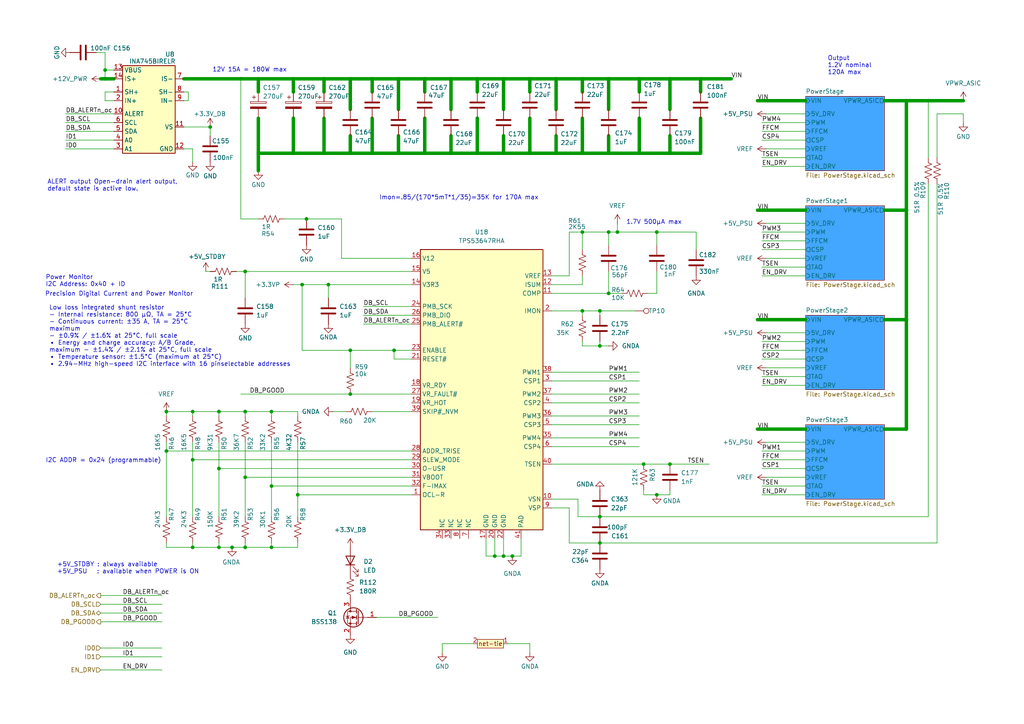
<source format=kicad_sch>
(kicad_sch (version 20231120) (generator "eeschema") (generator_version "8.0")
  (paper "A4")
  (junction (at 123.19 44.45))
  (junction (at 74.93 44.45))
  (junction (at 69.85 22.86))
  (junction (at 85.09 22.86))
  (junction (at 101.6 44.45))
  (junction (at 203.2 22.86))
  (junction (at 153.67 22.86))
  (junction (at 101.6 22.86))
  (junction (at 143.51 161.29))
  (junction (at 71.12 119.38))
  (junction (at 138.43 22.86))
  (junction (at 48.26 119.38))
  (junction (at 67.31 158.75))
  (junction (at 186.69 134.62))
  (junction (at 146.05 44.45))
  (junction (at 87.63 82.55))
  (junction (at 176.53 67.31))
  (junction (at 148.59 161.29))
  (junction (at 60.96 36.83))
  (junction (at 63.5 119.38))
  (junction (at 262.89 60.96))
  (junction (at 185.42 22.86))
  (junction (at 190.5 143.51))
  (junction (at 123.19 22.86))
  (junction (at 95.25 82.55))
  (junction (at 194.31 44.45))
  (junction (at 194.31 22.86))
  (junction (at 107.95 22.86))
  (junction (at 78.74 158.75))
  (junction (at 101.6 101.6))
  (junction (at 71.12 78.74))
  (junction (at 30.48 22.86))
  (junction (at 55.88 158.75))
  (junction (at 48.26 130.81))
  (junction (at 88.9 63.5))
  (junction (at 74.93 22.86))
  (junction (at 185.42 44.45))
  (junction (at 130.81 44.45))
  (junction (at 85.09 44.45))
  (junction (at 262.89 29.21))
  (junction (at 262.89 92.71))
  (junction (at 63.5 158.75))
  (junction (at 115.57 22.86))
  (junction (at 173.99 90.17))
  (junction (at 173.99 149.86))
  (junction (at 179.07 67.31))
  (junction (at 194.31 134.62))
  (junction (at 115.57 44.45))
  (junction (at 30.48 20.32))
  (junction (at 86.36 143.51))
  (junction (at 173.99 157.48))
  (junction (at 138.43 44.45))
  (junction (at 55.88 119.38))
  (junction (at 114.3 101.6))
  (junction (at 93.98 22.86))
  (junction (at 71.12 158.75))
  (junction (at 176.53 44.45))
  (junction (at 168.91 67.31))
  (junction (at 71.12 138.43))
  (junction (at 173.99 100.33))
  (junction (at 176.53 22.86))
  (junction (at 93.98 44.45))
  (junction (at 146.05 161.29))
  (junction (at 168.91 44.45))
  (junction (at 153.67 44.45))
  (junction (at 176.53 85.09))
  (junction (at 146.05 22.86))
  (junction (at 161.29 22.86))
  (junction (at 168.91 22.86))
  (junction (at 78.74 140.97))
  (junction (at 55.88 133.35))
  (junction (at 168.91 90.17))
  (junction (at 101.6 114.3))
  (junction (at 161.29 44.45))
  (junction (at 63.5 135.89))
  (junction (at 107.95 44.45))
  (junction (at 130.81 22.86))
  (junction (at 78.74 119.38))
  (junction (at 269.24 29.21))
  (junction (at 190.5 67.31))
  (wire (pts (xy 59.69 78.74) (xy 60.96 78.74)))
  (wire (pts (xy 160.02 90.17) (xy 168.91 90.17)))
  (wire (pts (xy 222.25 43.18) (xy 233.68 43.18)))
  (wire (pts (xy 68.58 78.74) (xy 71.12 78.74)))
  (wire (pts (xy 33.02 26.67) (xy 30.48 26.67)))
  (wire (pts (xy 151.13 161.29) (xy 148.59 161.29)))
  (wire (pts (xy 30.48 26.67) (xy 30.48 29.21)))
  (wire (pts (xy 160.02 110.49) (xy 185.42 110.49)))
  (wire (pts (xy 219.71 29.21) (xy 233.68 29.21)) (stroke (width 1)))
  (wire (pts (xy 168.91 99.06) (xy 168.91 100.33)))
  (wire (pts (xy 78.74 120.65) (xy 78.74 119.38)))
  (wire (pts (xy 115.57 22.86) (xy 123.19 22.86)) (stroke (width 1)))
  (wire (pts (xy 222.25 106.68) (xy 233.68 106.68)))
  (wire (pts (xy 160.02 107.95) (xy 185.42 107.95)))
  (wire (pts (xy 53.34 22.86) (xy 69.85 22.86)) (stroke (width 1)))
  (wire (pts (xy 63.5 135.89) (xy 63.5 149.86)))
  (wire (pts (xy 107.95 44.45) (xy 115.57 44.45)) (stroke (width 1)))
  (wire (pts (xy 99.06 74.93) (xy 99.06 63.5)))
  (wire (pts (xy 74.93 22.86) (xy 76.2 22.86)))
  (wire (pts (xy 143.51 161.29) (xy 140.97 161.29)))
  (wire (pts (xy 220.98 67.31) (xy 233.68 67.31)))
  (wire (pts (xy 173.99 90.17) (xy 173.99 91.44)))
  (wire (pts (xy 176.53 67.31) (xy 176.53 71.12)))
  (wire (pts (xy 160.02 127) (xy 185.42 127)))
  (wire (pts (xy 220.98 69.85) (xy 233.68 69.85)))
  (wire (pts (xy 220.98 143.51) (xy 233.68 143.51)))
  (wire (pts (xy 71.12 158.75) (xy 67.31 158.75)))
  (wire (pts (xy 146.05 22.86) (xy 146.05 31.75)) (stroke (width 1)))
  (wire (pts (xy 71.12 78.74) (xy 119.38 78.74)))
  (wire (pts (xy 153.67 44.45) (xy 161.29 44.45)) (stroke (width 1)))
  (wire (pts (xy 167.64 144.78) (xy 167.64 149.86)))
  (wire (pts (xy 63.5 157.48) (xy 63.5 158.75)))
  (wire (pts (xy 168.91 67.31) (xy 176.53 67.31)))
  (wire (pts (xy 161.29 44.45) (xy 168.91 44.45)) (stroke (width 1)))
  (wire (pts (xy 160.02 129.54) (xy 185.42 129.54)))
  (wire (pts (xy 29.21 187.96) (xy 46.99 187.96)))
  (wire (pts (xy 194.31 22.86) (xy 194.31 31.75)) (stroke (width 1)))
  (wire (pts (xy 262.89 92.71) (xy 262.89 124.46)) (stroke (width 1)))
  (wire (pts (xy 30.48 22.86) (xy 33.02 22.86)) (stroke (width 1)))
  (wire (pts (xy 222.25 64.77) (xy 233.68 64.77)))
  (wire (pts (xy 203.2 22.86) (xy 203.2 26.67)) (stroke (width 1)))
  (wire (pts (xy 128.27 189.23) (xy 128.27 186.69)))
  (wire (pts (xy 86.36 157.48) (xy 86.36 158.75)))
  (wire (pts (xy 101.6 101.6) (xy 101.6 106.68)))
  (wire (pts (xy 30.48 15.24) (xy 30.48 20.32)))
  (wire (pts (xy 222.25 128.27) (xy 233.68 128.27)))
  (wire (pts (xy 86.36 143.51) (xy 119.38 143.51)))
  (wire (pts (xy 82.55 63.5) (xy 88.9 63.5)))
  (wire (pts (xy 194.31 44.45) (xy 203.2 44.45)) (stroke (width 1)))
  (wire (pts (xy 256.54 60.96) (xy 262.89 60.96)) (stroke (width 1)))
  (wire (pts (xy 168.91 44.45) (xy 176.53 44.45)) (stroke (width 1)))
  (wire (pts (xy 220.98 109.22) (xy 233.68 109.22)))
  (wire (pts (xy 123.19 22.86) (xy 130.81 22.86)) (stroke (width 1)))
  (wire (pts (xy 93.98 44.45) (xy 101.6 44.45)) (stroke (width 1)))
  (wire (pts (xy 63.5 128.27) (xy 63.5 135.89)))
  (wire (pts (xy 85.09 26.67) (xy 85.09 22.86)) (stroke (width 1)))
  (wire (pts (xy 220.98 80.01) (xy 233.68 80.01)))
  (wire (pts (xy 105.41 91.44) (xy 119.38 91.44)))
  (wire (pts (xy 203.2 22.86) (xy 194.31 22.86)) (stroke (width 1)))
  (wire (pts (xy 160.02 147.32) (xy 165.1 147.32)))
  (wire (pts (xy 101.6 44.45) (xy 107.95 44.45)) (stroke (width 1)))
  (wire (pts (xy 165.1 147.32) (xy 165.1 157.48)))
  (wire (pts (xy 115.57 39.37) (xy 115.57 44.45)) (stroke (width 1)))
  (wire (pts (xy 74.93 34.29) (xy 74.93 44.45)) (stroke (width 1)))
  (wire (pts (xy 95.25 82.55) (xy 87.63 82.55)))
  (wire (pts (xy 114.3 101.6) (xy 119.38 101.6)))
  (wire (pts (xy 173.99 100.33) (xy 168.91 100.33)))
  (wire (pts (xy 119.38 104.14) (xy 114.3 104.14)))
  (wire (pts (xy 93.98 26.67) (xy 93.98 22.86)) (stroke (width 1)))
  (wire (pts (xy 19.05 33.02) (xy 33.02 33.02)))
  (wire (pts (xy 256.54 124.46) (xy 262.89 124.46)) (stroke (width 1)))
  (wire (pts (xy 190.5 67.31) (xy 190.5 71.12)))
  (wire (pts (xy 74.93 22.86) (xy 85.09 22.86)) (stroke (width 1)))
  (wire (pts (xy 153.67 186.69) (xy 147.32 186.69)))
  (wire (pts (xy 219.71 124.46) (xy 233.68 124.46)) (stroke (width 1)))
  (wire (pts (xy 101.6 22.86) (xy 107.95 22.86)) (stroke (width 1)))
  (wire (pts (xy 130.81 22.86) (xy 130.81 31.75)) (stroke (width 1)))
  (wire (pts (xy 71.12 138.43) (xy 71.12 149.86)))
  (wire (pts (xy 55.88 158.75) (xy 48.26 158.75)))
  (wire (pts (xy 153.67 34.29) (xy 153.67 44.45)) (stroke (width 1)))
  (wire (pts (xy 137.16 186.69) (xy 128.27 186.69)))
  (wire (pts (xy 53.34 36.83) (xy 60.96 36.83)))
  (wire (pts (xy 55.88 119.38) (xy 63.5 119.38)))
  (wire (pts (xy 203.2 34.29) (xy 203.2 44.45)) (stroke (width 1)))
  (wire (pts (xy 220.98 38.1) (xy 233.68 38.1)))
  (wire (pts (xy 220.98 135.89) (xy 233.68 135.89)))
  (wire (pts (xy 63.5 119.38) (xy 71.12 119.38)))
  (wire (pts (xy 29.21 177.8) (xy 46.99 177.8)))
  (wire (pts (xy 269.24 29.21) (xy 269.24 45.72)))
  (wire (pts (xy 107.95 22.86) (xy 107.95 26.67)) (stroke (width 1)))
  (wire (pts (xy 105.41 93.98) (xy 119.38 93.98)))
  (wire (pts (xy 138.43 44.45) (xy 146.05 44.45)) (stroke (width 1)))
  (wire (pts (xy 176.53 39.37) (xy 176.53 44.45)) (stroke (width 1)))
  (wire (pts (xy 69.85 63.5) (xy 69.85 22.86)))
  (wire (pts (xy 67.31 158.75) (xy 63.5 158.75)))
  (wire (pts (xy 55.88 157.48) (xy 55.88 158.75)))
  (wire (pts (xy 123.19 44.45) (xy 130.81 44.45)) (stroke (width 1)))
  (wire (pts (xy 173.99 157.48) (xy 271.78 157.48)))
  (wire (pts (xy 146.05 39.37) (xy 146.05 44.45)) (stroke (width 1)))
  (wire (pts (xy 279.4 33.02) (xy 279.4 35.56)))
  (wire (pts (xy 107.95 119.38) (xy 119.38 119.38)))
  (wire (pts (xy 161.29 22.86) (xy 161.29 31.75)) (stroke (width 1)))
  (wire (pts (xy 176.53 100.33) (xy 173.99 100.33)))
  (wire (pts (xy 96.52 119.38) (xy 100.33 119.38)))
  (wire (pts (xy 173.99 99.06) (xy 173.99 100.33)))
  (wire (pts (xy 220.98 99.06) (xy 233.68 99.06)))
  (wire (pts (xy 48.26 158.75) (xy 48.26 157.48)))
  (wire (pts (xy 173.99 149.86) (xy 269.24 149.86)))
  (wire (pts (xy 53.34 26.67) (xy 54.61 26.67)))
  (wire (pts (xy 78.74 158.75) (xy 71.12 158.75)))
  (wire (pts (xy 194.31 134.62) (xy 205.74 134.62)))
  (wire (pts (xy 269.24 53.34) (xy 269.24 149.86)))
  (wire (pts (xy 219.71 60.96) (xy 233.68 60.96)) (stroke (width 1)))
  (wire (pts (xy 220.98 40.64) (xy 233.68 40.64)))
  (wire (pts (xy 168.91 34.29) (xy 168.91 44.45)) (stroke (width 1)))
  (wire (pts (xy 85.09 34.29) (xy 85.09 44.45)) (stroke (width 1)))
  (wire (pts (xy 262.89 29.21) (xy 269.24 29.21)) (stroke (width 1)))
  (wire (pts (xy 186.69 142.24) (xy 186.69 143.51)))
  (wire (pts (xy 71.12 138.43) (xy 119.38 138.43)))
  (wire (pts (xy 60.96 39.37) (xy 60.96 36.83)))
  (wire (pts (xy 160.02 123.19) (xy 185.42 123.19)))
  (wire (pts (xy 19.05 43.18) (xy 33.02 43.18)))
  (wire (pts (xy 29.21 180.34) (xy 46.99 180.34)))
  (wire (pts (xy 148.59 161.29) (xy 146.05 161.29)))
  (wire (pts (xy 107.95 22.86) (xy 115.57 22.86)) (stroke (width 1)))
  (wire (pts (xy 143.51 156.21) (xy 143.51 161.29)))
  (wire (pts (xy 220.98 101.6) (xy 233.68 101.6)))
  (wire (pts (xy 190.5 143.51) (xy 194.31 143.51)))
  (wire (pts (xy 78.74 140.97) (xy 78.74 149.86)))
  (wire (pts (xy 19.05 40.64) (xy 33.02 40.64)))
  (wire (pts (xy 104.14 44.45) (xy 105.41 44.45)))
  (wire (pts (xy 146.05 156.21) (xy 146.05 161.29)))
  (wire (pts (xy 185.42 22.86) (xy 185.42 26.67)) (stroke (width 1)))
  (wire (pts (xy 185.42 22.86) (xy 194.31 22.86)) (stroke (width 1)))
  (wire (pts (xy 53.34 29.21) (xy 54.61 29.21)))
  (wire (pts (xy 138.43 22.86) (xy 146.05 22.86)) (stroke (width 1)))
  (wire (pts (xy 33.02 20.32) (xy 30.48 20.32)))
  (wire (pts (xy 160.02 116.84) (xy 185.42 116.84)))
  (wire (pts (xy 119.38 74.93) (xy 99.06 74.93)))
  (wire (pts (xy 203.2 22.86) (xy 212.09 22.86)) (stroke (width 1)))
  (wire (pts (xy 160.02 85.09) (xy 176.53 85.09)))
  (wire (pts (xy 29.21 175.26) (xy 46.99 175.26)))
  (wire (pts (xy 69.85 63.5) (xy 74.93 63.5)))
  (wire (pts (xy 176.53 22.86) (xy 176.53 31.75)) (stroke (width 1)))
  (wire (pts (xy 269.24 29.21) (xy 279.4 29.21)) (stroke (width 1)))
  (wire (pts (xy 95.25 82.55) (xy 95.25 86.36)))
  (wire (pts (xy 69.85 22.86) (xy 74.93 22.86)) (stroke (width 1)))
  (wire (pts (xy 167.64 149.86) (xy 173.99 149.86)))
  (wire (pts (xy 222.25 74.93) (xy 233.68 74.93)))
  (wire (pts (xy 69.85 22.86) (xy 74.93 22.86)))
  (wire (pts (xy 115.57 44.45) (xy 123.19 44.45)) (stroke (width 1)))
  (wire (pts (xy 201.93 72.39) (xy 201.93 67.31)))
  (wire (pts (xy 220.98 130.81) (xy 233.68 130.81)))
  (wire (pts (xy 55.88 133.35) (xy 55.88 149.86)))
  (wire (pts (xy 185.42 44.45) (xy 194.31 44.45)) (stroke (width 1)))
  (wire (pts (xy 222.25 33.02) (xy 233.68 33.02)))
  (wire (pts (xy 151.13 156.21) (xy 151.13 161.29)))
  (wire (pts (xy 93.98 22.86) (xy 101.6 22.86)) (stroke (width 1)))
  (wire (pts (xy 87.63 82.55) (xy 87.63 101.6)))
  (wire (pts (xy 29.21 22.86) (xy 30.48 22.86)) (stroke (width 1)))
  (wire (pts (xy 130.81 22.86) (xy 138.43 22.86)) (stroke (width 1)))
  (wire (pts (xy 146.05 44.45) (xy 153.67 44.45)) (stroke (width 1)))
  (wire (pts (xy 222.25 96.52) (xy 233.68 96.52)))
  (wire (pts (xy 271.78 33.02) (xy 279.4 33.02)))
  (wire (pts (xy 87.63 101.6) (xy 101.6 101.6)))
  (wire (pts (xy 85.09 22.86) (xy 93.98 22.86)) (stroke (width 1)))
  (wire (pts (xy 105.41 88.9) (xy 119.38 88.9)))
  (wire (pts (xy 146.05 161.29) (xy 143.51 161.29)))
  (wire (pts (xy 86.36 158.75) (xy 78.74 158.75)))
  (wire (pts (xy 85.09 44.45) (xy 93.98 44.45)) (stroke (width 1)))
  (wire (pts (xy 190.5 78.74) (xy 190.5 85.09)))
  (wire (pts (xy 53.34 43.18) (xy 55.88 43.18)))
  (wire (pts (xy 29.21 194.31) (xy 46.99 194.31)))
  (wire (pts (xy 168.91 90.17) (xy 173.99 90.17)))
  (wire (pts (xy 107.95 34.29) (xy 107.95 44.45)) (stroke (width 1)))
  (wire (pts (xy 168.91 67.31) (xy 168.91 72.39)))
  (wire (pts (xy 220.98 77.47) (xy 233.68 77.47)))
  (wire (pts (xy 101.6 101.6) (xy 114.3 101.6)))
  (wire (pts (xy 220.98 111.76) (xy 233.68 111.76)))
  (wire (pts (xy 30.48 29.21) (xy 33.02 29.21)))
  (wire (pts (xy 271.78 45.72) (xy 271.78 33.02)))
  (wire (pts (xy 220.98 35.56) (xy 233.68 35.56)))
  (wire (pts (xy 220.98 45.72) (xy 233.68 45.72)))
  (wire (pts (xy 48.26 119.38) (xy 55.88 119.38)))
  (wire (pts (xy 146.05 22.86) (xy 153.67 22.86)) (stroke (width 1)))
  (wire (pts (xy 256.54 29.21) (xy 262.89 29.21)) (stroke (width 1)))
  (wire (pts (xy 220.98 48.26) (xy 233.68 48.26)))
  (wire (pts (xy 55.88 133.35) (xy 119.38 133.35)))
  (wire (pts (xy 168.91 80.01) (xy 168.91 82.55)))
  (wire (pts (xy 63.5 158.75) (xy 55.88 158.75)))
  (wire (pts (xy 123.19 22.86) (xy 123.19 26.67)) (stroke (width 1)))
  (wire (pts (xy 71.12 120.65) (xy 71.12 119.38)))
  (wire (pts (xy 109.22 179.07) (xy 127 179.07)))
  (wire (pts (xy 71.12 128.27) (xy 71.12 138.43)))
  (wire (pts (xy 19.05 38.1) (xy 33.02 38.1)))
  (wire (pts (xy 48.26 130.81) (xy 119.38 130.81)))
  (wire (pts (xy 186.69 143.51) (xy 190.5 143.51)))
  (wire (pts (xy 119.38 82.55) (xy 95.25 82.55)))
  (wire (pts (xy 29.21 172.72) (xy 46.99 172.72)))
  (wire (pts (xy 184.15 90.17) (xy 173.99 90.17)))
  (wire (pts (xy 123.19 34.29) (xy 123.19 44.45)) (stroke (width 1)))
  (wire (pts (xy 176.53 85.09) (xy 180.34 85.09)))
  (wire (pts (xy 160.02 114.3) (xy 185.42 114.3)))
  (wire (pts (xy 168.91 22.86) (xy 168.91 26.67)) (stroke (width 1)))
  (wire (pts (xy 262.89 29.21) (xy 262.89 60.96)) (stroke (width 1)))
  (wire (pts (xy 153.67 189.23) (xy 153.67 186.69)))
  (wire (pts (xy 179.07 67.31) (xy 179.07 64.77)))
  (wire (pts (xy 55.88 120.65) (xy 55.88 119.38)))
  (wire (pts (xy 262.89 60.96) (xy 262.89 92.71)) (stroke (width 1)))
  (wire (pts (xy 187.96 85.09) (xy 190.5 85.09)))
  (wire (pts (xy 186.69 134.62) (xy 194.31 134.62)))
  (wire (pts (xy 176.53 22.86) (xy 185.42 22.86)) (stroke (width 1)))
  (wire (pts (xy 153.67 22.86) (xy 153.67 26.67)) (stroke (width 1)))
  (wire (pts (xy 176.53 44.45) (xy 185.42 44.45)) (stroke (width 1)))
  (wire (pts (xy 179.07 67.31) (xy 190.5 67.31)))
  (wire (pts (xy 78.74 119.38) (xy 86.36 119.38)))
  (wire (pts (xy 165.1 157.48) (xy 173.99 157.48)))
  (wire (pts (xy 86.36 119.38) (xy 86.36 120.65)))
  (wire (pts (xy 271.78 157.48) (xy 271.78 53.34)))
  (wire (pts (xy 219.71 92.71) (xy 233.68 92.71)) (stroke (width 1)))
  (wire (pts (xy 176.53 78.74) (xy 176.53 85.09)))
  (wire (pts (xy 194.31 39.37) (xy 194.31 44.45)) (stroke (width 1)))
  (wire (pts (xy 101.6 22.86) (xy 101.6 31.75)) (stroke (width 1)))
  (wire (pts (xy 74.93 26.67) (xy 74.93 22.86)) (stroke (width 1)))
  (wire (pts (xy 55.88 128.27) (xy 55.88 133.35)))
  (wire (pts (xy 220.98 140.97) (xy 233.68 140.97)))
  (wire (pts (xy 140.97 156.21) (xy 140.97 161.29)))
  (wire (pts (xy 160.02 120.65) (xy 185.42 120.65)))
  (wire (pts (xy 71.12 119.38) (xy 78.74 119.38)))
  (wire (pts (xy 54.61 26.67) (xy 54.61 29.21)))
  (wire (pts (xy 161.29 22.86) (xy 168.91 22.86)) (stroke (width 1)))
  (wire (pts (xy 176.53 67.31) (xy 179.07 67.31)))
  (wire (pts (xy 160.02 82.55) (xy 168.91 82.55)))
  (wire (pts (xy 130.81 39.37) (xy 130.81 44.45)) (stroke (width 1)))
  (wire (pts (xy 168.91 22.86) (xy 176.53 22.86)) (stroke (width 1)))
  (wire (pts (xy 160.02 134.62) (xy 186.69 134.62)))
  (wire (pts (xy 88.9 63.5) (xy 99.06 63.5)))
  (wire (pts (xy 93.98 34.29) (xy 93.98 44.45)) (stroke (width 1)))
  (wire (pts (xy 48.26 128.27) (xy 48.26 130.81)))
  (wire (pts (xy 63.5 135.89) (xy 119.38 135.89)))
  (wire (pts (xy 220.98 72.39) (xy 233.68 72.39)))
  (wire (pts (xy 256.54 92.71) (xy 262.89 92.71)) (stroke (width 1)))
  (wire (pts (xy 74.93 44.45) (xy 74.93 49.53)) (stroke (width 1)))
  (wire (pts (xy 168.91 90.17) (xy 168.91 91.44)))
  (wire (pts (xy 160.02 144.78) (xy 167.64 144.78)))
  (wire (pts (xy 29.21 190.5) (xy 46.99 190.5)))
  (wire (pts (xy 194.31 142.24) (xy 194.31 143.51)))
  (wire (pts (xy 222.25 138.43) (xy 233.68 138.43)))
  (wire (pts (xy 115.57 22.86) (xy 115.57 31.75)) (stroke (width 1)))
  (wire (pts (xy 165.1 67.31) (xy 165.1 80.01)))
  (wire (pts (xy 101.6 114.3) (xy 119.38 114.3)))
  (wire (pts (xy 63.5 120.65) (xy 63.5 119.38)))
  (wire (pts (xy 55.88 43.18) (xy 55.88 46.99)))
  (wire (pts (xy 78.74 140.97) (xy 119.38 140.97)))
  (wire (pts (xy 220.98 133.35) (xy 233.68 133.35)))
  (wire (pts (xy 86.36 143.51) (xy 86.36 149.86)))
  (wire (pts (xy 78.74 157.48) (xy 78.74 158.75)))
  (wire (pts (xy 185.42 34.29) (xy 185.42 44.45)) (stroke (width 1)))
  (wire (pts (xy 78.74 128.27) (xy 78.74 140.97)))
  (wire (pts (xy 114.3 101.6) (xy 114.3 104.14)))
  (wire (pts (xy 71.12 86.36) (xy 71.12 78.74)))
  (wire (pts (xy 161.29 39.37) (xy 161.29 44.45)) (stroke (width 1)))
  (wire (pts (xy 160.02 80.01) (xy 165.1 80.01)))
  (wire (pts (xy 87.63 82.55) (xy 85.09 82.55)))
  (wire (pts (xy 74.93 44.45) (xy 85.09 44.45)) (stroke (width 1)))
  (wire (pts (xy 48.26 130.81) (xy 48.26 149.86)))
  (wire (pts (xy 48.26 120.65) (xy 48.26 119.38)))
  (wire (pts (xy 138.43 34.29) (xy 138.43 44.45)) (stroke (width 1)))
  (wire (pts (xy 86.36 128.27) (xy 86.36 143.51)))
  (wire (pts (xy 71.12 157.48) (xy 71.12 158.75)))
  (wire (pts (xy 138.43 22.86) (xy 138.43 26.67)) (stroke (width 1)))
  (wire (pts (xy 220.98 104.14) (xy 233.68 104.14)))
  (wire (pts (xy 101.6 39.37) (xy 101.6 44.45)) (stroke (width 1)))
  (wire (pts (xy 19.05 35.56) (xy 33.02 35.56)))
  (wire (pts (xy 30.48 20.32) (xy 30.48 22.86)))
  (wire (pts (xy 190.5 67.31) (xy 201.93 67.31)))
  (wire (pts (xy 69.85 114.3) (xy 101.6 114.3)))
  (wire (pts (xy 27.94 15.24) (xy 30.48 15.24)))
  (wire (pts (xy 153.67 22.86) (xy 161.29 22.86)) (stroke (width 1)))
  (wire (pts (xy 165.1 67.31) (xy 168.91 67.31)))
  (wire (pts (xy 130.81 44.45) (xy 138.43 44.45)) (stroke (width 1)))
  (text "Power Monitor\nI2C Address: 0x40 + ID" (at 13.208 83.312 0) (effects (font (size 1.27 1.27)) (justify left bottom)))
  (text "ALERT output Open-drain alert output, \ndefault state is active low." (at 13.716 53.848 0) (effects (font (size 1.27 1.27)) (justify left)))
  (text "1.7V 500µA max" (at 181.61 64.516 0) (effects (font (size 1.27 1.27)) (justify left)))
  (text "12V 15A = 180W max" (at 72.39 20.32 0) (effects (font (size 1.27 1.27))))
  (text "Low loss integrated shunt resistor\n- Internal resistance: 800 µΩ, TA = 25°C\n- Continuous current: ±35 A, TA = 25°C\nmaximum\n- ±0.9% / ±1.6% at 25°C, full scale\n• Energy and charge accuracy: A/B Grade,\nmaximum - ±1.4% / ±2.1% at 25°C, full scale\n• Temperature sensor: ±1.5°C (maximum at 25°C)\n• 2.94-MHz high-speed I2C interface with 16 pinselectable addresses" (at 14.224 97.536 0) (effects (font (size 1.27 1.27)) (justify left)))
  (text "+5V_STDBY : always available\n+5V_PSU   : available when POWER is ON" (at 16.51 164.846 0) (effects (font (size 1.27 1.27)) (justify left)))
  (text "Precision Digital Current and Power Monitor" (at 34.544 85.344 0) (effects (font (size 1.27 1.27))))
  (text "Output \n1.2V nominal\n120A max" (at 240.03 21.844 0) (effects (font (size 1.27 1.27)) (justify left bottom)))
  (text "Imon=.85/(170*5mT*1/35)=35K for 170A max" (at 109.982 57.404 0) (effects (font (size 1.27 1.27)) (justify left)))
  (text "I2C ADDR = 0x24 (programmable)" (at 13.208 134.366 0) (effects (font (size 1.27 1.27)) (justify left bottom)))
  (label "TSEN" (at 220.98 140.97 0))
  (label "ID1" (at 19.05 40.64 0))
  (label "VIN" (at 219.71 60.96 0))
  (label "DB_ALERTn_oc" (at 105.41 93.98 0))
  (label "CSP1" (at 176.53 110.49 0))
  (label "EN_DRV" (at 220.98 80.01 0))
  (label "ID1" (at 35.56 190.5 0))
  (label "DB_SCL" (at 35.56 175.26 0))
  (label "CSP1" (at 220.98 135.89 0))
  (label "PWM1" (at 220.98 130.81 0))
  (label "DB_SCL" (at 105.41 88.9 0))
  (label "EN_DRV" (at 35.56 194.31 0))
  (label "DB_PGOOD" (at 72.39 114.3 0))
  (label "FFCM" (at 220.98 133.35 0))
  (label "DB_SDA" (at 105.41 91.44 0))
  (label "EN_DRV" (at 220.98 111.76 0))
  (label "PWM2" (at 220.98 99.06 0))
  (label "VIN" (at 219.71 29.21 0))
  (label "PWM3" (at 176.53 120.65 0))
  (label "PWM4" (at 176.53 127 0))
  (label "DB_SDA" (at 19.05 38.1 0))
  (label "DB_SDA" (at 35.56 177.8 0))
  (label "PWM3" (at 220.98 67.31 0))
  (label "PWM4" (at 220.98 35.56 0))
  (label "CSP3" (at 176.53 123.19 0))
  (label "DB_ALERTn_oc" (at 19.05 33.02 0))
  (label "ID0" (at 35.56 187.96 0))
  (label "EN_DRV" (at 220.98 48.26 0))
  (label "TSEN" (at 220.98 109.22 0))
  (label "VIN" (at 219.71 124.46 0))
  (label "FFCM" (at 220.98 38.1 0))
  (label "DB_PGOOD" (at 115.57 179.07 0))
  (label "PWM2" (at 176.53 114.3 0))
  (label "FFCM" (at 220.98 101.6 0))
  (label "TSEN" (at 220.98 45.72 0))
  (label "TSEN" (at 220.98 77.47 0))
  (label "ID0" (at 19.05 43.18 0))
  (label "CSP4" (at 220.98 40.64 0))
  (label "TSEN" (at 199.39 134.62 0))
  (label "CSP2" (at 220.98 104.14 0))
  (label "DB_PGOOD" (at 35.56 180.34 0))
  (label "CSP2" (at 176.53 116.84 0))
  (label "DB_ALERTn_oc" (at 35.56 172.72 0))
  (label "FFCM" (at 220.98 69.85 0))
  (label "VIN" (at 212.09 22.86 0))
  (label "VIN" (at 219.71 92.71 0))
  (label "CSP3" (at 220.98 72.39 0))
  (label "PWM1" (at 176.53 107.95 0))
  (label "EN_DRV" (at 220.98 143.51 0))
  (label "CSP4" (at 176.53 129.54 0))
  (label "DB_SCL" (at 19.05 35.56 0))
  (hierarchical_label "DB_ALERTn_oc" (shape output) (at 29.21 172.72 180))
  (hierarchical_label "ID0" (shape input) (at 29.21 187.96 180))
  (hierarchical_label "ID1" (shape input) (at 29.21 190.5 180))
  (hierarchical_label "DB_SDA" (shape bidirectional) (at 29.21 177.8 180))
  (hierarchical_label "DB_SCL" (shape input) (at 29.21 175.26 180))
  (hierarchical_label "EN_DRV" (shape input) (at 29.21 194.31 180))
  (hierarchical_label "DB_PGOOD" (shape output) (at 29.21 180.34 180))
  (symbol (lib_id "Device:R_US") (at 78.74 63.5 270) (unit 1)
    (property "Reference" "R54" (at 77.724 67.818 90))
    (property "Value" "1R" (at 77.216 65.786 90))
    (property "Footprint" "Resistor_SMD:R_0402_1005Metric" (effects (hide yes)))
    (property "Description" "verifier puissance ??" (effects (hide yes)))
    (property "DK" "311-10.0LRCT-ND" (effects (hide yes)))
    (property "PARTNO" "RC0402FR-0710RL" (effects (hide yes)))
  )
  (symbol (lib_id "Device:C") (at 173.99 146.05 0) (unit 1)
    (property "Reference" "C363" (at 177.165 144.78 0) (effects (justify left)))
    (property "Value" "22pF" (at 177.165 147.32 0) (effects (justify left)))
    (property "Footprint" "Capacitor_SMD:C_0402_1005Metric" (effects (hide yes)))
  )
  (symbol (lib_id "power:GNDA") (at 173.99 165.1 0) (mirror y) (unit 1)
    (property "Reference" "#PWR0462" (effects (hide yes)))
    (property "Value" "GNDA" (at 173.99 169.164 0))
    (property "Description" "Power symbol creates a global label with name \"GNDA\" , analog ground" (effects (hide yes)))
  )
  (symbol (lib_id "Device:C") (at 190.5 74.93 0) (unit 1)
    (property "Reference" "C180" (at 193.802 77.47 0))
    (property "Value" "1nF" (at 194.31 79.502 0))
    (property "Footprint" "Capacitor_SMD:C_0402_1005Metric" (effects (hide yes)))
  )
  (symbol (lib_id "Device:C") (at 88.9 67.31 0) (unit 1)
    (property "Reference" "C160" (at 92.075 66.04 0) (effects (justify left)))
    (property "Value" "1uF" (at 92.075 68.58 0) (effects (justify left)))
    (property "Footprint" "Capacitor_SMD:C_0402_1005Metric" (effects (hide yes)))
  )
  (symbol (lib_id "Device:C") (at 173.99 153.67 180) (unit 1)
    (property "Reference" "C161" (at 182.372 155.448 0) (effects (justify left)))
    (property "Value" "100pF" (at 182.118 152.908 0) (effects (justify left)))
    (property "Footprint" "Capacitor_SMD:C_0402_1005Metric" (effects (hide yes)))
  )
  (symbol (lib_id "power:GND") (at 279.4 35.56 0) (unit 1)
    (property "Reference" "#PWR0279" (effects (hide yes)))
    (property "Value" "GND" (at 279.4 39.624 0))
    (property "Description" "Power symbol creates a global label with name \"GND\" , ground" (effects (hide yes)))
  )
  (symbol (lib_id "Device:R_US") (at 71.12 124.46 0) (unit 1)
    (property "Reference" "R52" (at 72.644 130.556 90) (effects (justify left)))
    (property "Value" "36K7" (at 68.58 130.81 90) (effects (justify left)))
    (property "Footprint" "Resistor_SMD:R_0402_1005Metric" (effects (hide yes)))
  )
  (symbol (lib_id "Device:R_US") (at 104.14 119.38 90) (unit 1)
    (property "Reference" "R60" (at 102.362 122.174 90) (effects (justify left)))
    (property "Value" "20K" (at 109.22 121.92 90) (effects (justify left)))
    (property "Footprint" "Resistor_SMD:R_0402_1005Metric" (effects (hide yes)))
  )
  (symbol (lib_id "Device:C") (at 153.67 30.48 0) (unit 1)
    (property "Reference" "C171" (at 154.94 24.892 0) (effects (justify left)))
    (property "Value" "22uF" (at 154.94 27.432 0) (effects (justify left)))
    (property "Footprint" "Capacitor_SMD:C_1210_3225Metric" (effects (hide yes)))
    (property "DK" "490-3889-1-ND" (effects (hide yes)))
    (property "PARTNO" "GRM32ER61E226KE15L" (effects (hide yes)))
  )
  (symbol (lib_id "Device:C") (at 176.53 35.56 0) (unit 1)
    (property "Reference" "C174" (at 178.308 38.608 0) (effects (justify left)))
    (property "Value" "1uF" (at 178.308 41.148 0) (effects (justify left)))
    (property "Footprint" "Capacitor_SMD:C_0402_1005Metric" (effects (hide yes)))
    (property "DK" "587-1291-1-ND" (effects (hide yes)))
    (property "PARTNO" "TMK212BJ105KG-T" (effects (hide yes)))
  )
  (symbol (lib_id "Device:R_US") (at 71.12 153.67 0) (unit 1)
    (property "Reference" "R53" (at 72.644 151.13 90) (effects (justify left)))
    (property "Value" "39K2" (at 68.58 153.162 90) (effects (justify left)))
    (property "Footprint" "Resistor_SMD:R_0402_1005Metric" (effects (hide yes)))
  )
  (symbol (lib_id "Device:C") (at 203.2 30.48 0) (unit 1)
    (property "Reference" "C181" (at 204.978 25.146 0) (effects (justify left)))
    (property "Value" "100nF" (at 204.978 27.686 0) (effects (justify left)))
    (property "Footprint" "Capacitor_SMD:C_0402_1005Metric" (effects (hide yes)))
  )
  (symbol (lib_id "power:VDD") (at 179.07 64.77 0) (unit 1)
    (property "Reference" "#PWR0268" (effects (hide yes)))
    (property "Value" "VREF" (at 179.07 59.69 0))
    (property "Description" "Power symbol creates a global label with name \"VDD\"" (effects (hide yes)))
  )
  (symbol (lib_id "power:GND") (at 60.96 46.99 0) (unit 1)
    (property "Reference" "#PWR0246" (effects (hide yes)))
    (property "Value" "GND" (at 60.96 51.054 0))
    (property "Description" "Power symbol creates a global label with name \"GND\" , ground" (effects (hide yes)))
  )
  (symbol (lib_id "Device:C") (at 107.95 30.48 0) (unit 1)
    (property "Reference" "C165" (at 109.22 25.4 0) (effects (justify left)))
    (property "Value" "47uF" (at 109.22 27.94 0) (effects (justify left)))
    (property "Footprint" "Capacitor_SMD:C_1210_3225Metric" (effects (hide yes)))
    (property "DK" "490-6539-1-ND" (effects (hide yes)))
    (property "PARTNO" "GRM32ER61C476KE15L" (effects (hide yes)))
  )
  (symbol (lib_id "Device:R_US") (at 63.5 124.46 0) (unit 1)
    (property "Reference" "R50" (at 65.024 130.556 90) (effects (justify left)))
    (property "Value" "9K31" (at 60.96 130.81 90) (effects (justify left)))
    (property "Footprint" "Resistor_SMD:R_0402_1005Metric" (effects (hide yes)))
  )
  (symbol (lib_id "power:GND") (at 55.88 46.99 0) (unit 1)
    (property "Reference" "#PWR0250" (effects (hide yes)))
    (property "Value" "GND" (at 57.912 50.8 0) (effects (justify right)))
    (property "Description" "Power symbol creates a global label with name \"GND\" , ground" (effects (hide yes)))
  )
  (symbol (lib_id "power:VDD") (at 222.25 43.18 90) (unit 1)
    (property "Reference" "#PWR0271" (effects (hide yes)))
    (property "Value" "VREF" (at 218.44 43.1799 90) (effects (justify left)))
    (property "Description" "Power symbol creates a global label with name \"VDD\"" (effects (hide yes)))
  )
  (symbol (lib_id "Device:C") (at 194.31 35.56 0) (unit 1)
    (property "Reference" "C179" (at 195.58 38.608 0) (effects (justify left)))
    (property "Value" "100nF" (at 195.58 41.148 0) (effects (justify left)))
    (property "Footprint" "Capacitor_SMD:C_0402_1005Metric" (effects (hide yes)))
  )
  (symbol (lib_id "power:GND") (at 74.93 49.53 0) (unit 1)
    (property "Reference" "#PWR0252" (effects (hide yes)))
    (property "Value" "GND" (at 74.93 53.594 0))
    (property "Description" "Power symbol creates a global label with name \"GND\" , ground" (effects (hide yes)))
  )
  (symbol (lib_id "Device:C") (at 201.93 76.2 0) (unit 1)
    (property "Reference" "C182" (at 202.692 73.914 0) (effects (justify left)))
    (property "Value" "330nF" (at 202.692 78.74 0) (effects (justify left)))
    (property "Footprint" "Capacitor_SMD:C_0402_1005Metric" (effects (hide yes)))
  )
  (symbol (lib_id "Transistor_FET:BSS138") (at 104.14 179.07 0) (mirror y) (unit 1)
    (property "Reference" "Q1" (at 97.79 177.7999 0) (effects (justify left)))
    (property "Value" "BSS138" (at 97.79 180.3399 0) (effects (justify left)))
    (property "Footprint" "Package_TO_SOT_SMD:SOT-23" (effects (hide yes)))
    (property "Datasheet" "https://www.onsemi.com/pub/Collateral/BSS138-D.PDF" (effects (hide yes)))
    (property "Description" "50V Vds, 0.22A Id, N-Channel MOSFET, SOT-23" (effects (hide yes)))
  )
  (symbol (lib_id "power:+3.3VP") (at 85.09 82.55 90) (unit 1)
    (property "Reference" "#PWR0259" (effects (hide yes)))
    (property "Value" "+3.3VP" (at 81.28 82.5499 90) (effects (justify left)))
    (property "Description" "Power symbol creates a global label with name \"+3.3VP\"" (effects (hide yes)))
  )
  (symbol (lib_id "Device:R_US") (at 269.24 49.53 180) (unit 1)
    (property "Reference" "R109" (at 267.716 52.578 90) (effects (justify left)))
    (property "Value" "51R 0.5%" (at 265.938 52.578 90) (effects (justify left)))
    (property "Footprint" "Resistor_SMD:R_0402_1005Metric" (effects (hide yes)))
  )
  (symbol (lib_id "Device:C") (at 173.99 95.25 0) (unit 1)
    (property "Reference" "C175" (at 177.165 93.98 0) (effects (justify left)))
    (property "Value" "2.2nF" (at 177.165 96.52 0) (effects (justify left)))
    (property "Footprint" "Capacitor_SMD:C_0402_1005Metric" (effects (hide yes)))
    (property "Description" "1mOhm" (effects (hide yes)))
  )
  (symbol (lib_id "Device:R_US") (at 48.26 124.46 0) (unit 1)
    (property "Reference" "R46" (at 49.784 130.556 90) (effects (justify left)))
    (property "Value" "16K5" (at 45.72 130.81 90) (effects (justify left)))
    (property "Footprint" "Resistor_SMD:R_0402_1005Metric" (effects (hide yes)))
  )
  (symbol (lib_id "Device:C") (at 138.43 30.48 0) (unit 1)
    (property "Reference" "C169" (at 139.7 24.892 0) (effects (justify left)))
    (property "Value" "22uF" (at 139.7 27.432 0) (effects (justify left)))
    (property "Footprint" "Capacitor_SMD:C_1210_3225Metric" (effects (hide yes)))
    (property "DK" "490-3889-1-ND" (effects (hide yes)))
    (property "PARTNO" "GRM32ER61E226KE15L" (effects (hide yes)))
  )
  (symbol (lib_id "Device:R_US") (at 271.78 49.53 180) (unit 1)
    (property "Reference" "R110" (at 274.574 52.832 90) (effects (justify left)))
    (property "Value" "51R 0.5%" (at 272.796 53.086 90) (effects (justify left)))
    (property "Footprint" "Resistor_SMD:R_0402_1005Metric" (effects (hide yes)))
  )
  (symbol (lib_id "bitaxe:net-tie") (at 142.24 186.69 0) (mirror y) (unit 1) (in_bom no)
    (property "Reference" "T1" (effects (hide yes)))
    (property "Value" "net-tie" (effects (hide yes)))
    (property "Footprint" "NetTie:NetTie-2_THT_Pad0.3mm" (effects (hide yes)))
  )
  (symbol (lib_id "Device:R_US") (at 64.77 78.74 270) (unit 1)
    (property "Reference" "R111" (at 63.754 83.058 90))
    (property "Value" "1R" (at 63.246 81.026 90))
    (property "Footprint" "Resistor_SMD:R_0402_1005Metric" (effects (hide yes)))
    (property "Description" "verifier puissance ??" (effects (hide yes)))
    (property "DK" "311-10.0LRCT-ND" (effects (hide yes)))
    (property "PARTNO" "RC0402FR-0710RL" (effects (hide yes)))
  )
  (symbol (lib_id "power:GNDA") (at 148.59 161.29 0) (mirror y) (unit 1)
    (property "Reference" "#PWR0264" (effects (hide yes)))
    (property "Value" "GNDA" (at 148.59 166.37 0))
    (property "Description" "Power symbol creates a global label with name \"GNDA\" , analog ground" (effects (hide yes)))
  )
  (symbol (lib_id "power:GNDA") (at 176.53 100.33 90) (unit 1)
    (property "Reference" "#PWR0267" (effects (hide yes)))
    (property "Value" "GNDA" (at 180.34 100.3299 90) (effects (justify right)))
    (property "Description" "Power symbol creates a global label with name \"GNDA\" , analog ground" (effects (hide yes)))
  )
  (symbol (lib_id "power:GNDA") (at 153.67 189.23 0) (mirror y) (unit 1)
    (property "Reference" "#PWR0265" (effects (hide yes)))
    (property "Value" "GNDA" (at 153.67 193.294 0))
    (property "Description" "Power symbol creates a global label with name \"GNDA\" , analog ground" (effects (hide yes)))
  )
  (symbol (lib_id "Device:LED") (at 101.6 162.56 90) (unit 1)
    (property "Reference" "D2" (at 105.41 162.8774 90) (effects (justify right)))
    (property "Value" "LED" (at 105.41 165.4174 90) (effects (justify right)))
    (property "Footprint" "LED_SMD:LED_0805_2012Metric_Pad1.15x1.40mm_HandSolder" (effects (hide yes)))
    (property "Description" "Light emitting diode" (effects (hide yes)))
  )
  (symbol (lib_id "Device:R_US") (at 101.6 170.18 180) (unit 1)
    (property "Reference" "R112" (at 104.14 168.9099 0) (effects (justify right)))
    (property "Value" "180R" (at 104.14 171.4499 0) (effects (justify right)))
    (property "Footprint" "Resistor_SMD:R_0402_1005Metric" (effects (hide yes)))
  )
  (symbol (lib_id "Device:C") (at 168.91 30.48 0) (unit 1)
    (property "Reference" "C173" (at 170.18 24.892 0) (effects (justify left)))
    (property "Value" "22uF" (at 170.18 27.432 0) (effects (justify left)))
    (property "Footprint" "Capacitor_SMD:C_1210_3225Metric" (effects (hide yes)))
    (property "DK" "490-3889-1-ND" (effects (hide yes)))
    (property "PARTNO" "GRM32ER61E226KE15L" (effects (hide yes)))
  )
  (symbol (lib_id "Device:C") (at 173.99 161.29 180) (unit 1)
    (property "Reference" "C364" (at 170.815 162.56 0) (effects (justify left)))
    (property "Value" "22pF" (at 170.815 160.02 0) (effects (justify left)))
    (property "Footprint" "Capacitor_SMD:C_0402_1005Metric" (effects (hide yes)))
  )
  (symbol (lib_id "Device:C_Polarized") (at 74.93 30.48 0) (unit 1)
    (property "Reference" "C157" (at 76.2 25.4 0) (effects (justify left)))
    (property "Value" "270uF" (at 76.2 27.94 0) (effects (justify left)))
    (property "Footprint" "Capacitor_SMD:CP_Elec_6.3x5.9" (effects (hide yes)))
    (property "Datasheet" "https://industrial.panasonic.com/cdbs/www-data/pdf/AAB8000/AAB8000C177.pdf" (effects (hide yes)))
    (property "HEIGHT" "5.9mm" (effects (hide yes)))
  )
  (symbol (lib_id "power:VDD") (at 222.25 138.43 90) (unit 1)
    (property "Reference" "#PWR0277" (effects (hide yes)))
    (property "Value" "VREF" (at 218.44 138.4299 90) (effects (justify left)))
    (property "Description" "Power symbol creates a global label with name \"VDD\"" (effects (hide yes)))
  )
  (symbol (lib_id "power:GNDA") (at 96.52 119.38 270) (mirror x) (unit 1)
    (property "Reference" "#PWR0261" (effects (hide yes)))
    (property "Value" "GNDA" (at 92.71 119.3799 90) (effects (justify right)))
    (property "Description" "Power symbol creates a global label with name \"GNDA\" , analog ground" (effects (hide yes)))
  )
  (symbol (lib_id "power:GND") (at 128.27 189.23 0) (unit 1)
    (property "Reference" "#PWR0263" (effects (hide yes)))
    (property "Value" "GND" (at 128.27 193.294 0))
    (property "Description" "Power symbol creates a global label with name \"GND\" , ground" (effects (hide yes)))
  )
  (symbol (lib_id "Device:R_US") (at 168.91 95.25 0) (unit 1)
    (property "Reference" "R62" (at 162.56 93.98 0) (effects (justify left)))
    (property "Value" "35K" (at 161.29 96.52 0) (effects (justify left)))
    (property "Footprint" "Resistor_SMD:R_0402_1005Metric" (effects (hide yes)))
  )
  (symbol (lib_id "Device:R_US") (at 63.5 153.67 0) (unit 1)
    (property "Reference" "R51" (at 65.024 151.13 90) (effects (justify left)))
    (property "Value" "150K" (at 60.96 153.162 90) (effects (justify left)))
    (property "Footprint" "Resistor_SMD:R_0402_1005Metric" (effects (hide yes)))
  )
  (symbol (lib_id "Device:R_US") (at 168.91 76.2 180) (unit 1)
    (property "Reference" "R61" (at 168.656 64.008 0) (effects (justify left)))
    (property "Value" "2K55" (at 169.926 65.786 0) (effects (justify left)))
    (property "Footprint" "Resistor_SMD:R_0402_1005Metric" (effects (hide yes)))
  )
  (symbol (lib_id "Device:R_US") (at 86.36 124.46 0) (unit 1)
    (property "Reference" "R57" (at 87.884 130.556 90) (effects (justify left)))
    (property "Value" "4K32" (at 83.82 130.81 90) (effects (justify left)))
    (property "Footprint" "Resistor_SMD:R_0402_1005Metric" (effects (hide yes)))
  )
  (symbol (lib_id "Device:C") (at 185.42 30.48 0) (unit 1)
    (property "Reference" "C178" (at 186.69 24.638 0) (effects (justify left)))
    (property "Value" "1uF" (at 186.69 27.178 0) (effects (justify left)))
    (property "Footprint" "Capacitor_SMD:C_0402_1005Metric" (effects (hide yes)))
    (property "DK" "587-1291-1-ND" (effects (hide yes)))
    (property "PARTNO" "TMK212BJ105KG-T" (effects (hide yes)))
  )
  (symbol (lib_id "power:VDD") (at 222.25 74.93 90) (unit 1)
    (property "Reference" "#PWR0273" (effects (hide yes)))
    (property "Value" "VREF" (at 218.44 74.9299 90) (effects (justify left)))
    (property "Description" "Power symbol creates a global label with name \"VDD\"" (effects (hide yes)))
  )
  (symbol (lib_id "power:GND") (at 88.9 71.12 0) (unit 1)
    (property "Reference" "#PWR0255" (effects (hide yes)))
    (property "Value" "GND" (at 88.9 75.184 0))
    (property "Description" "Power symbol creates a global label with name \"GND\" , ground" (effects (hide yes)))
  )
  (symbol (lib_id "EKO_Miner_ASIClib:TPS53647RHA") (at 121.92 72.39 0) (unit 1)
    (property "Reference" "U18" (at 139.7 67.31 0))
    (property "Value" "TPS53647RHA" (at 139.7 69.85 0))
    (property "Footprint" "EKO_Miner_ASIClib:QFN50P600X600X80-41N" (effects (hide yes)))
    (property "Datasheet" "https://www.ti.com/lit/ds/symlink/tps53647.pdf?ts=1712180615535&ref_url=https%253A%252F%252Fwww.ti.com%252Fproduct%252FTPS53647" (effects (hide yes)))
  )
  (symbol (lib_id "power:GNDA") (at 67.31 158.75 0) (mirror y) (unit 1)
    (property "Reference" "#PWR0251" (effects (hide yes)))
    (property "Value" "GNDA" (at 67.056 163.068 0))
    (property "Description" "Power symbol creates a global label with name \"GNDA\" , analog ground" (effects (hide yes)))
  )
  (symbol (lib_id "Device:C") (at 123.19 30.48 0) (unit 1)
    (property "Reference" "C167" (at 124.714 25.4 0) (effects (justify left)))
    (property "Value" "47uF" (at 124.206 27.686 0) (effects (justify left)))
    (property "Footprint" "Capacitor_SMD:C_1210_3225Metric" (effects (hide yes)))
    (property "DK" "490-6539-1-ND" (effects (hide yes)))
    (property "PARTNO" "GRM32ER61C476KE15L" (effects (hide yes)))
  )
  (symbol (lib_id "power:+3.3V") (at 101.6 158.75 0) (unit 1)
    (property "Reference" "#PWR0100" (effects (hide yes)))
    (property "Value" "+3.3V_DB" (at 101.6 153.67 0))
  )
  (symbol (lib_id "power:GND") (at 71.12 93.98 0) (unit 1)
    (property "Reference" "#PWR0254" (effects (hide yes)))
    (property "Value" "GND" (at 71.12 98.044 0))
    (property "Description" "Power symbol creates a global label with name \"GND\" , ground" (effects (hide yes)))
  )
  (symbol (lib_id "power:+3.3V") (at 222.25 128.27 90) (unit 1)
    (property "Reference" "#PWR0276" (effects (hide yes)))
    (property "Value" "+5V_PSU" (at 218.44 128.2699 90) (effects (justify left)))
  )
  (symbol (lib_id "Device:R_US") (at 86.36 153.67 0) (unit 1)
    (property "Reference" "R58" (at 87.884 151.13 90) (effects (justify left)))
    (property "Value" "20K" (at 83.82 153.162 90) (effects (justify left)))
    (property "Footprint" "Resistor_SMD:R_0402_1005Metric" (effects (hide yes)))
  )
  (symbol (lib_id "Device:R_US") (at 101.6 110.49 180) (unit 1)
    (property "Reference" "R59" (at 102.87 106.426 0) (effects (justify right)))
    (property "Value" "10k" (at 102.87 108.458 0) (effects (justify right)))
    (property "Footprint" "Resistor_SMD:R_0402_1005Metric" (effects (hide yes)))
    (property "DK" "311-10KJRCT-ND" (effects (hide yes)))
    (property "PARTNO" "RC0402JR-0710KL" (effects (hide yes)))
  )
  (symbol (lib_id "power:GNDA") (at 190.5 143.51 0) (mirror y) (unit 1)
    (property "Reference" "#PWR0266" (effects (hide yes)))
    (property "Value" "GNDA" (at 194.818 145.288 0))
    (property "Description" "Power symbol creates a global label with name \"GNDA\" , analog ground" (effects (hide yes)))
  )
  (symbol (lib_id "power:+3.3V") (at 222.25 96.52 90) (unit 1)
    (property "Reference" "#PWR0274" (effects (hide yes)))
    (property "Value" "+5V_PSU" (at 218.44 96.5199 90) (effects (justify left)))
  )
  (symbol (lib_id "Device:R_US") (at 48.26 153.67 0) (unit 1)
    (property "Reference" "R47" (at 49.784 151.13 90) (effects (justify left)))
    (property "Value" "24K3" (at 45.72 153.162 90) (effects (justify left)))
    (property "Footprint" "Resistor_SMD:R_0402_1005Metric" (effects (hide yes)))
  )
  (symbol (lib_id "Device:R_US") (at 55.88 153.67 0) (unit 1)
    (property "Reference" "R49" (at 57.404 151.13 90) (effects (justify left)))
    (property "Value" "24K3" (at 53.34 153.162 90) (effects (justify left)))
    (property "Footprint" "Resistor_SMD:R_0402_1005Metric" (effects (hide yes)))
  )
  (symbol (lib_id "Device:C") (at 24.13 15.24 270) (unit 1)
    (property "Reference" "C156" (at 32.766 13.97 90) (effects (justify left)))
    (property "Value" "100nF" (at 26.162 13.97 90) (effects (justify left)))
    (property "Footprint" "Capacitor_SMD:C_0402_1005Metric" (effects (hide yes)))
    (property "DK" "490-6321-1-ND" (effects (hide yes)))
    (property "PARTNO" "GRM155R71A104KA01D" (effects (hide yes)))
  )
  (symbol (lib_id "power:+3.3V") (at 59.69 78.74 0) (unit 1)
    (property "Reference" "#PWR0253" (effects (hide yes)))
    (property "Value" "+5V_STDBY" (at 54.61 74.422 0) (effects (justify left)))
  )
  (symbol (lib_id "Device:C") (at 115.57 35.56 0) (unit 1)
    (property "Reference" "C166" (at 116.84 38.354 0) (effects (justify left)))
    (property "Value" "47uF" (at 116.84 40.894 0) (effects (justify left)))
    (property "Footprint" "Capacitor_SMD:C_1210_3225Metric" (effects (hide yes)))
    (property "DK" "490-6539-1-ND" (effects (hide yes)))
    (property "PARTNO" "GRM32ER61C476KE15L" (effects (hide yes)))
  )
  (symbol (lib_id "Device:R_US") (at 78.74 153.67 0) (unit 1)
    (property "Reference" "R56" (at 80.264 151.13 90) (effects (justify left)))
    (property "Value" "30K1" (at 76.2 153.162 90) (effects (justify left)))
    (property "Footprint" "Resistor_SMD:R_0402_1005Metric" (effects (hide yes)))
  )
  (symbol (lib_id "power:+3.3V") (at 222.25 33.02 90) (unit 1)
    (property "Reference" "#PWR0270" (effects (hide yes)))
    (property "Value" "+5V_PSU" (at 218.44 33.0199 90) (effects (justify left)))
  )
  (symbol (lib_id "Device:C") (at 146.05 35.56 0) (unit 1)
    (property "Reference" "C170" (at 147.32 38.862 0) (effects (justify left)))
    (property "Value" "22uF" (at 147.32 41.402 0) (effects (justify left)))
    (property "Footprint" "Capacitor_SMD:C_1210_3225Metric" (effects (hide yes)))
    (property "DK" "490-3889-1-ND" (effects (hide yes)))
    (property "PARTNO" "GRM32ER61E226KE15L" (effects (hide yes)))
  )
  (symbol (lib_id "Device:C") (at 60.96 43.18 0) (unit 1)
    (property "Reference" "C155" (at 61.468 40.894 0) (effects (justify left)))
    (property "Value" "100nF" (at 61.722 45.72 0) (effects (justify left)))
    (property "Footprint" "Capacitor_SMD:C_0402_1005Metric" (effects (hide yes)))
    (property "DK" "490-6321-1-ND" (effects (hide yes)))
    (property "PARTNO" "GRM155R71A104KA01D" (effects (hide yes)))
  )
  (symbol (lib_id "power:+3.3V") (at 29.21 22.86 90) (unit 1)
    (property "Reference" "#PWR0247" (effects (hide yes)))
    (property "Value" "+12V_PWR" (at 25.4 22.8599 90) (effects (justify left)))
  )
  (symbol (lib_id "Device:C") (at 71.12 90.17 0) (unit 1)
    (property "Reference" "C158" (at 74.295 88.9 0) (effects (justify left)))
    (property "Value" "1uF" (at 74.295 91.44 0) (effects (justify left)))
    (property "Footprint" "Capacitor_SMD:C_0402_1005Metric" (effects (hide yes)))
  )
  (symbol (lib_id "Device:R_US") (at 186.69 138.43 0) (unit 1)
    (property "Reference" "R63" (at 189.23 139.7 90) (effects (justify left)))
    (property "Value" "121K" (at 184.15 140.97 90) (effects (justify left)))
    (property "Footprint" "Resistor_SMD:R_0402_1005Metric" (effects (hide yes)))
  )
  (symbol (lib_id "power:VDD") (at 48.26 119.38 0) (unit 1)
    (property "Reference" "#PWR0249" (effects (hide yes)))
    (property "Value" "VREF" (at 48.26 114.3 0))
    (property "Description" "Power symbol creates a global label with name \"VDD\"" (effects (hide yes)))
  )
  (symbol (lib_id "Device:R_US") (at 184.15 85.09 270) (unit 1)
    (property "Reference" "R64" (at 177.292 84.074 90) (effects (justify left)))
    (property "Value" "10K" (at 177.292 86.36 90) (effects (justify left)))
    (property "Footprint" "Resistor_SMD:R_0402_1005Metric" (effects (hide yes)))
    (property "DK" " RMCF0402FT10K0TR-ND" (effects (hide yes)))
    (property "PARTNO" "RMCF0402FT10K0" (effects (hide yes)))
  )
  (symbol (lib_id "Device:C") (at 130.81 35.56 0) (unit 1)
    (property "Reference" "C168" (at 132.08 38.862 0) (effects (justify left)))
    (property "Value" "22uF" (at 132.08 41.402 0) (effects (justify left)))
    (property "Footprint" "Capacitor_SMD:C_1210_3225Metric" (effects (hide yes)))
    (property "DK" "490-3889-1-ND" (effects (hide yes)))
    (property "PARTNO" "GRM32ER61E226KE15L" (effects (hide yes)))
  )
  (symbol (lib_id "EKO_Miner_ASIClib:INA745BIRELR") (at 33.02 19.05 0) (unit 1)
    (property "Reference" "U8" (at 49.276 15.748 0))
    (property "Value" "INA745BIRELR" (at 44.196 17.78 0))
    (property "Footprint" "EKO_Miner_ASIClib:VQFN-14_REL0014B" (effects (hide yes)))
    (property "Datasheet" "http://www.ti.com/lit/ds/symlink/ina745B.pdf" (effects (hide yes)))
    (property "Description" "Current/power/voltage monitor with Integrated 800µΩ Shunt Resistor, 2.7V - 5.5V, I2C" (effects (hide yes)))
  )
  (symbol (lib_id "Device:C") (at 194.31 138.43 0) (unit 1)
    (property "Reference" "C177" (at 197.485 137.16 0) (effects (justify left)))
    (property "Value" "1nF" (at 197.485 139.7 0) (effects (justify left)))
    (property "Footprint" "Capacitor_SMD:C_0402_1005Metric" (effects (hide yes)))
  )
  (symbol (lib_id "Device:C_Polarized") (at 93.98 30.48 0) (unit 1)
    (property "Reference" "C162" (at 95.25 25.4 0) (effects (justify left)))
    (property "Value" "270uF" (at 95.25 27.94 0) (effects (justify left)))
    (property "Footprint" "Capacitor_SMD:CP_Elec_6.3x5.9" (effects (hide yes)))
    (property "Datasheet" "https://industrial.panasonic.com/cdbs/www-data/pdf/AAB8000/AAB8000C177.pdf" (effects (hide yes)))
    (property "HEIGHT" "5.9mm" (effects (hide yes)))
  )
  (symbol (lib_id "Device:C_Polarized") (at 85.09 30.48 0) (unit 1)
    (property "Reference" "C159" (at 86.36 25.4 0) (effects (justify left)))
    (property "Value" "270uF" (at 86.36 27.94 0) (effects (justify left)))
    (property "Footprint" "Capacitor_SMD:CP_Elec_6.3x5.9" (effects (hide yes)))
    (property "Datasheet" "https://industrial.panasonic.com/cdbs/www-data/pdf/AAB8000/AAB8000C177.pdf" (effects (hide yes)))
    (property "HEIGHT" "5.9mm" (effects (hide yes)))
  )
  (symbol (lib_id "power:GND") (at 101.6 184.15 0) (unit 1)
    (property "Reference" "#PWR0421" (effects (hide yes)))
    (property "Value" "GND" (at 101.6 189.23 0))
    (property "Description" "Power symbol creates a global label with name \"GND\" , ground" (effects (hide yes)))
  )
  (symbol (lib_id "Device:C") (at 101.6 35.56 0) (unit 1)
    (property "Reference" "C164" (at 102.87 38.354 0) (effects (justify left)))
    (property "Value" "47uF" (at 102.87 40.894 0) (effects (justify left)))
    (property "Footprint" "Capacitor_SMD:C_1210_3225Metric" (effects (hide yes)))
    (property "DK" "490-6539-1-ND" (effects (hide yes)))
    (property "PARTNO" "GRM32ER61C476KE15L" (effects (hide yes)))
  )
  (symbol (lib_id "power:+3.3V") (at 60.96 36.83 0) (unit 1)
    (property "Reference" "#PWR0245" (effects (hide yes)))
    (property "Value" "+3.3V_DB" (at 56.134 33.02 0) (effects (justify left)))
  )
  (symbol (lib_id "power:VDD") (at 222.25 106.68 90) (unit 1)
    (property "Reference" "#PWR0275" (effects (hide yes)))
    (property "Value" "VREF" (at 218.44 106.6799 90) (effects (justify left)))
    (property "Description" "Power symbol creates a global label with name \"VDD\"" (effects (hide yes)))
  )
  (symbol (lib_id "Connector:TestPoint") (at 184.15 90.17 270) (mirror x) (unit 1) (in_bom no)
    (property "Reference" "TP10" (at 190.5 90.17 90))
    (property "Value" "TestPoint" (effects (hide yes)))
    (property "Footprint" "TestPoint:TestPoint_Pad_D1.0mm" (effects (hide yes)))
  )
  (symbol (lib_id "power:GNDA") (at 173.99 142.24 0) (mirror x) (unit 1)
    (property "Reference" "#PWR0464" (effects (hide yes)))
    (property "Value" "GNDA" (at 169.672 140.462 0))
    (property "Description" "Power symbol creates a global label with name \"GNDA\" , analog ground" (effects (hide yes)))
  )
  (symbol (lib_id "power:GND") (at 20.32 15.24 270) (unit 1)
    (property "Reference" "#PWR0248" (effects (hide yes)))
    (property "Value" "GND" (at 16.51 15.24 0))
    (property "Description" "Power symbol creates a global label with name \"GND\" , ground" (effects (hide yes)))
  )
  (symbol (lib_id "power:GNDA") (at 95.25 93.98 0) (mirror y) (unit 1)
    (property "Reference" "#PWR0260" (effects (hide yes)))
    (property "Value" "GNDA" (at 95.25 97.79 0))
    (property "Description" "Power symbol creates a global label with name \"GNDA\" , analog ground" (effects (hide yes)))
  )
  (symbol (lib_id "power:GNDA") (at 201.93 80.01 0) (unit 1)
    (property "Reference" "#PWR0269" (effects (hide yes)))
    (property "Value" "GNDA" (at 201.93 85.09 0))
    (property "Description" "Power symbol creates a global label with name \"GNDA\" , analog ground" (effects (hide yes)))
  )
  (symbol (lib_id "Device:R_US") (at 78.74 124.46 0) (unit 1)
    (property "Reference" "R55" (at 80.264 130.556 90) (effects (justify left)))
    (property "Value" "33K2" (at 76.2 130.81 90) (effects (justify left)))
    (property "Footprint" "Resistor_SMD:R_0402_1005Metric" (effects (hide yes)))
  )
  (symbol (lib_id "Device:R_US") (at 55.88 124.46 0) (unit 1)
    (property "Reference" "R48" (at 57.404 130.556 90) (effects (justify left)))
    (property "Value" "16K5" (at 53.34 130.81 90) (effects (justify left)))
    (property "Footprint" "Resistor_SMD:R_0402_1005Metric" (effects (hide yes)))
  )
  (symbol (lib_id "Device:C") (at 161.29 35.56 0) (unit 1)
    (property "Reference" "C172" (at 162.56 38.862 0) (effects (justify left)))
    (property "Value" "22uF" (at 162.56 41.402 0) (effects (justify left)))
    (property "Footprint" "Capacitor_SMD:C_1210_3225Metric" (effects (hide yes)))
    (property "DK" "490-3889-1-ND" (effects (hide yes)))
    (property "PARTNO" "GRM32ER61E226KE15L" (effects (hide yes)))
  )
  (symbol (lib_id "power:VDD") (at 279.4 29.21 0) (unit 1)
    (property "Reference" "#PWR0278" (effects (hide yes)))
    (property "Value" "VPWR_ASIC" (at 279.4 24.13 0))
    (property "Description" "Power symbol creates a global label with name \"VDD\"" (effects (hide yes)))
  )
  (symbol (lib_id "power:+3.3V") (at 222.25 64.77 90) (unit 1)
    (property "Reference" "#PWR0272" (effects (hide yes)))
    (property "Value" "+5V_PSU" (at 218.44 64.7699 90) (effects (justify left)))
  )
  (symbol (lib_id "Device:C") (at 176.53 74.93 0) (unit 1)
    (property "Reference" "C176" (at 179.578 77.724 0))
    (property "Value" "56pF" (at 179.832 79.756 0))
    (property "Footprint" "Capacitor_SMD:C_0402_1005Metric" (effects (hide yes)))
  )
  (symbol (lib_id "Device:C") (at 95.25 90.17 0) (unit 1)
    (property "Reference" "C163" (at 98.425 88.9 0) (effects (justify left)))
    (property "Value" "1uF" (at 98.425 91.44 0) (effects (justify left)))
    (property "Footprint" "Capacitor_SMD:C_0402_1005Metric" (effects (hide yes)))
  )
  (sheet (at 233.68 27.94) (size 22.86 21.59) (stroke (width 0.1524)) (fill (color 67 166 255 1.0000))
    (property "Sheetname" "PowerStage" (at 233.68 27.2284 0) (effects (justify left bottom)))
    (property "Sheetfile" "PowerStage.kicad_sch" (at 233.68 50.1146 0) (effects (justify left top)))
    (pin "PWM" input (at 233.68 35.56 180))
    (pin "FFCM" input (at 233.68 38.1 180))
    (pin "5V_DRV" input (at 233.68 33.02 180))
    (pin "CSP" output (at 233.68 40.64 180))
    (pin "VIN" input (at 233.68 29.21 180))
    (pin "VREF" input (at 233.68 43.18 180))
    (pin "TAO" output (at 233.68 45.72 180))
    (pin "VPWR_ASIC" output (at 256.54 29.21 0))
    (pin "EN_DRV" input (at 233.68 48.26 180))
  )
  (sheet (at 233.68 123.19) (size 22.86 21.59) (stroke (width 0.1524)) (fill (color 67 166 255 1.0000))
    (property "Sheetname" "PowerStage3" (at 233.68 122.4784 0) (effects (justify left bottom)))
    (property "Sheetfile" "PowerStage.kicad_sch" (at 233.68 145.3646 0) (effects (justify left top)))
    (pin "PWM" input (at 233.68 130.81 180))
    (pin "FFCM" input (at 233.68 133.35 180))
    (pin "5V_DRV" input (at 233.68 128.27 180))
    (pin "CSP" output (at 233.68 135.89 180))
    (pin "VIN" input (at 233.68 124.46 180))
    (pin "VREF" input (at 233.68 138.43 180))
    (pin "TAO" output (at 233.68 140.97 180))
    (pin "VPWR_ASIC" output (at 256.54 124.46 0))
    (pin "EN_DRV" input (at 233.68 143.51 180))
  )
  (sheet (at 233.68 91.44) (size 22.86 21.59) (stroke (width 0.1524)) (fill (color 67 166 255 1.0000))
    (property "Sheetname" "PowerStage2" (at 233.68 90.7284 0) (effects (justify left bottom)))
    (property "Sheetfile" "PowerStage.kicad_sch" (at 233.68 113.6146 0) (effects (justify left top)))
    (pin "PWM" input (at 233.68 99.06 180))
    (pin "FFCM" input (at 233.68 101.6 180))
    (pin "5V_DRV" input (at 233.68 96.52 180))
    (pin "CSP" output (at 233.68 104.14 180))
    (pin "VIN" input (at 233.68 92.71 180))
    (pin "VREF" input (at 233.68 106.68 180))
    (pin "TAO" output (at 233.68 109.22 180))
    (pin "VPWR_ASIC" output (at 256.54 92.71 0))
    (pin "EN_DRV" input (at 233.68 111.76 180))
  )
  (sheet (at 233.68 59.69) (size 22.86 21.59) (stroke (width 0.1524)) (fill (color 67 166 255 1.0000))
    (property "Sheetname" "PowerStage1" (at 233.68 58.9784 0) (effects (justify left bottom)))
    (property "Sheetfile" "PowerStage.kicad_sch" (at 233.68 81.8646 0) (effects (justify left top)))
    (pin "PWM" input (at 233.68 67.31 180))
    (pin "FFCM" input (at 233.68 69.85 180))
    (pin "5V_DRV" input (at 233.68 64.77 180))
    (pin "CSP" output (at 233.68 72.39 180))
    (pin "VIN" input (at 233.68 60.96 180))
    (pin "VREF" input (at 233.68 74.93 180))
    (pin "TAO" output (at 233.68 77.47 180))
    (pin "VPWR_ASIC" output (at 256.54 60.96 0))
    (pin "EN_DRV" input (at 233.68 80.01 180))
  )
)
</source>
